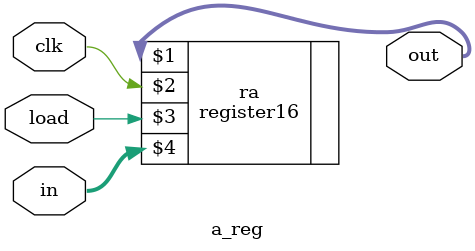
<source format=v>
`timescale 1ns / 1ps

module a_reg(out, clk, load, in);
input clk, load;
input [15:0] in;
output [15:0] out;
register16 ra(out, clk, load, in);
endmodule

</source>
